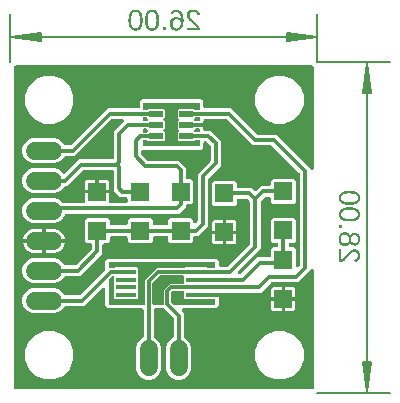
<source format=gbl>
G04 EAGLE Gerber RS-274X export*
G75*
%MOMM*%
%FSLAX34Y34*%
%LPD*%
%INBottom Copper*%
%IPPOS*%
%AMOC8*
5,1,8,0,0,1.08239X$1,22.5*%
G01*
G04 Define Apertures*
%ADD10C,0.130000*%
%ADD11R,1.200000X0.550000*%
%ADD12R,1.524000X1.524000*%
%ADD13C,1.524000*%
%ADD14R,1.780000X0.450000*%
%ADD15C,0.300000*%
G36*
X256085Y3119D02*
X255500Y3000D01*
X4500Y3000D01*
X3959Y3101D01*
X3456Y3423D01*
X3119Y3915D01*
X3000Y4500D01*
X3000Y275500D01*
X3101Y276041D01*
X3423Y276544D01*
X3915Y276881D01*
X4500Y277000D01*
X255500Y277000D01*
X256041Y276899D01*
X256544Y276577D01*
X256881Y276085D01*
X257000Y275500D01*
X257000Y189985D01*
X256908Y189467D01*
X256594Y188959D01*
X256107Y188614D01*
X255524Y188485D01*
X254937Y188595D01*
X254439Y188925D01*
X224864Y218500D01*
X209485Y218500D01*
X208922Y218610D01*
X208425Y218939D01*
X186614Y240750D01*
X165000Y240750D01*
X164459Y240851D01*
X163956Y241173D01*
X163619Y241665D01*
X163500Y242250D01*
X163500Y245450D01*
X163470Y245898D01*
X163391Y246290D01*
X163260Y246667D01*
X163080Y247024D01*
X162855Y247353D01*
X162588Y247650D01*
X162283Y247908D01*
X161947Y248124D01*
X161585Y248293D01*
X161204Y248413D01*
X160800Y248482D01*
X160461Y248500D01*
X112550Y248500D01*
X112102Y248470D01*
X111710Y248391D01*
X111333Y248260D01*
X110976Y248080D01*
X110647Y247855D01*
X110350Y247588D01*
X110092Y247283D01*
X109876Y246947D01*
X109707Y246585D01*
X109587Y246204D01*
X109518Y245800D01*
X109500Y245461D01*
X109500Y242250D01*
X109399Y241709D01*
X109077Y241206D01*
X108585Y240869D01*
X108000Y240750D01*
X82386Y240750D01*
X51375Y209739D01*
X50900Y209419D01*
X50315Y209300D01*
X46653Y209300D01*
X46101Y209405D01*
X45601Y209731D01*
X45268Y210226D01*
X45023Y210816D01*
X42036Y213803D01*
X38132Y215420D01*
X18668Y215420D01*
X14764Y213803D01*
X11777Y210816D01*
X10160Y206912D01*
X10160Y202688D01*
X11777Y198784D01*
X14764Y195797D01*
X18668Y194180D01*
X38132Y194180D01*
X42036Y195797D01*
X45023Y198784D01*
X45268Y199374D01*
X45576Y199844D01*
X46068Y200181D01*
X46653Y200300D01*
X54664Y200300D01*
X85675Y231311D01*
X86150Y231631D01*
X86735Y231750D01*
X94765Y231750D01*
X95283Y231658D01*
X95791Y231344D01*
X96136Y230857D01*
X96265Y230274D01*
X96155Y229687D01*
X95825Y229189D01*
X87500Y220864D01*
X87500Y199000D01*
X87399Y198459D01*
X87077Y197956D01*
X86585Y197619D01*
X86000Y197500D01*
X58136Y197500D01*
X46598Y185962D01*
X46145Y185651D01*
X45561Y185523D01*
X44975Y185632D01*
X44477Y185962D01*
X42036Y188403D01*
X38132Y190020D01*
X18668Y190020D01*
X14764Y188403D01*
X11777Y185416D01*
X10160Y181512D01*
X10160Y177288D01*
X11777Y173384D01*
X14764Y170397D01*
X18668Y168780D01*
X38132Y168780D01*
X42036Y170397D01*
X45023Y173384D01*
X45268Y173974D01*
X45576Y174444D01*
X46068Y174781D01*
X46653Y174900D01*
X48264Y174900D01*
X61425Y188061D01*
X61900Y188381D01*
X62485Y188500D01*
X86000Y188500D01*
X86541Y188399D01*
X87044Y188077D01*
X87381Y187585D01*
X87500Y187000D01*
X87500Y171136D01*
X92976Y165660D01*
X97780Y165660D01*
X98321Y165559D01*
X98824Y165237D01*
X99161Y164745D01*
X99280Y164160D01*
X99280Y162000D01*
X99179Y161459D01*
X98857Y160956D01*
X98365Y160619D01*
X97780Y160500D01*
X85160Y160500D01*
X84619Y160601D01*
X84116Y160923D01*
X83779Y161415D01*
X83660Y162000D01*
X83660Y168660D01*
X63340Y168660D01*
X63340Y162000D01*
X63239Y161459D01*
X62917Y160956D01*
X62425Y160619D01*
X61840Y160500D01*
X45160Y160500D01*
X44597Y160610D01*
X44100Y160939D01*
X42036Y163003D01*
X38132Y164620D01*
X18668Y164620D01*
X14764Y163003D01*
X11777Y160016D01*
X10160Y156112D01*
X10160Y151888D01*
X11777Y147984D01*
X14764Y144997D01*
X18668Y143380D01*
X38132Y143380D01*
X42036Y144997D01*
X45023Y147984D01*
X46096Y150574D01*
X46404Y151044D01*
X46897Y151381D01*
X47482Y151500D01*
X142864Y151500D01*
X148800Y157436D01*
X148800Y158040D01*
X148901Y158581D01*
X149223Y159084D01*
X149715Y159421D01*
X150300Y159540D01*
X153163Y159540D01*
X154920Y161297D01*
X154920Y179023D01*
X153163Y180780D01*
X150300Y180780D01*
X149759Y180881D01*
X149256Y181203D01*
X148919Y181695D01*
X148800Y182280D01*
X148800Y190564D01*
X142864Y196500D01*
X116485Y196500D01*
X115922Y196610D01*
X115425Y196939D01*
X110939Y201425D01*
X110619Y201900D01*
X110500Y202485D01*
X110500Y204030D01*
X110713Y204800D01*
X111115Y205241D01*
X111657Y205490D01*
X112110Y205504D01*
X112111Y205522D01*
X112539Y205500D01*
X160450Y205500D01*
X160898Y205530D01*
X161290Y205609D01*
X161667Y205740D01*
X162024Y205920D01*
X162353Y206145D01*
X162650Y206412D01*
X162908Y206717D01*
X163124Y207053D01*
X163293Y207415D01*
X163413Y207796D01*
X163482Y208200D01*
X163500Y208539D01*
X163500Y211250D01*
X163601Y211791D01*
X163923Y212294D01*
X164415Y212631D01*
X165000Y212750D01*
X165265Y212750D01*
X165828Y212640D01*
X166325Y212311D01*
X169061Y209575D01*
X169381Y209100D01*
X169500Y208515D01*
X169500Y196485D01*
X169390Y195922D01*
X169061Y195425D01*
X158500Y184864D01*
X158500Y145485D01*
X158390Y144922D01*
X158061Y144425D01*
X157481Y143845D01*
X157049Y143543D01*
X156468Y143406D01*
X155879Y143506D01*
X155376Y143828D01*
X155039Y144320D01*
X154920Y144905D01*
X154920Y146003D01*
X153163Y147760D01*
X135437Y147760D01*
X133680Y146003D01*
X133680Y143140D01*
X133579Y142599D01*
X133257Y142096D01*
X132765Y141759D01*
X132180Y141640D01*
X122020Y141640D01*
X121479Y141741D01*
X120976Y142063D01*
X120639Y142555D01*
X120520Y143140D01*
X120520Y146003D01*
X118763Y147760D01*
X101037Y147760D01*
X99280Y146003D01*
X99280Y143140D01*
X99179Y142599D01*
X98857Y142096D01*
X98365Y141759D01*
X97780Y141640D01*
X85620Y141640D01*
X85079Y141741D01*
X84576Y142063D01*
X84239Y142555D01*
X84120Y143140D01*
X84120Y146003D01*
X82363Y147760D01*
X64637Y147760D01*
X62880Y146003D01*
X62880Y128277D01*
X64637Y126520D01*
X67500Y126520D01*
X68041Y126419D01*
X68544Y126097D01*
X68881Y125605D01*
X69000Y125020D01*
X69000Y121985D01*
X68890Y121422D01*
X68561Y120925D01*
X55775Y108139D01*
X55300Y107819D01*
X54715Y107700D01*
X46653Y107700D01*
X46101Y107805D01*
X45601Y108131D01*
X45268Y108626D01*
X45023Y109216D01*
X42036Y112203D01*
X38132Y113820D01*
X18668Y113820D01*
X14764Y112203D01*
X11777Y109216D01*
X10160Y105312D01*
X10160Y101088D01*
X11777Y97184D01*
X14764Y94197D01*
X18668Y92580D01*
X38132Y92580D01*
X42036Y94197D01*
X45023Y97184D01*
X45268Y97774D01*
X45576Y98244D01*
X46068Y98581D01*
X46653Y98700D01*
X59064Y98700D01*
X78000Y117636D01*
X78000Y125020D01*
X78101Y125561D01*
X78423Y126064D01*
X78915Y126401D01*
X79500Y126520D01*
X82363Y126520D01*
X84120Y128277D01*
X84120Y131140D01*
X84221Y131681D01*
X84543Y132184D01*
X85035Y132521D01*
X85620Y132640D01*
X97780Y132640D01*
X98321Y132539D01*
X98824Y132217D01*
X99161Y131725D01*
X99280Y131140D01*
X99280Y128277D01*
X101037Y126520D01*
X118763Y126520D01*
X120520Y128277D01*
X120520Y131140D01*
X120621Y131681D01*
X120943Y132184D01*
X121435Y132521D01*
X122020Y132640D01*
X132180Y132640D01*
X132721Y132539D01*
X133224Y132217D01*
X133561Y131725D01*
X133680Y131140D01*
X133680Y128277D01*
X135437Y126520D01*
X153163Y126520D01*
X154920Y128277D01*
X154920Y131140D01*
X155021Y131681D01*
X155343Y132184D01*
X155835Y132521D01*
X156420Y132640D01*
X159004Y132640D01*
X167500Y141136D01*
X167500Y180515D01*
X167610Y181078D01*
X167939Y181575D01*
X178500Y192136D01*
X178500Y212864D01*
X169614Y221750D01*
X165000Y221750D01*
X164459Y221851D01*
X163956Y222173D01*
X163619Y222665D01*
X163500Y223250D01*
X163500Y230250D01*
X163601Y230791D01*
X163923Y231294D01*
X164415Y231631D01*
X165000Y231750D01*
X182265Y231750D01*
X182828Y231640D01*
X183325Y231311D01*
X205136Y209500D01*
X220515Y209500D01*
X221078Y209390D01*
X221575Y209061D01*
X244561Y186075D01*
X244881Y185600D01*
X245000Y185015D01*
X245000Y107985D01*
X244890Y107422D01*
X244561Y106925D01*
X244431Y106795D01*
X243999Y106493D01*
X243418Y106356D01*
X242829Y106456D01*
X242326Y106778D01*
X241989Y107270D01*
X241870Y107855D01*
X241870Y121173D01*
X240113Y122930D01*
X237250Y122930D01*
X236709Y123031D01*
X236206Y123353D01*
X235869Y123845D01*
X235750Y124430D01*
X235750Y125320D01*
X235851Y125861D01*
X236173Y126364D01*
X236665Y126701D01*
X237250Y126820D01*
X240113Y126820D01*
X241870Y128577D01*
X241870Y146303D01*
X240113Y148060D01*
X222387Y148060D01*
X220630Y146303D01*
X220630Y128577D01*
X222387Y126820D01*
X225250Y126820D01*
X225791Y126719D01*
X226294Y126397D01*
X226631Y125905D01*
X226750Y125320D01*
X226750Y124430D01*
X226649Y123889D01*
X226327Y123386D01*
X225835Y123049D01*
X225250Y122930D01*
X222387Y122930D01*
X220630Y121173D01*
X220630Y116000D01*
X220529Y115459D01*
X220207Y114956D01*
X219715Y114619D01*
X219130Y114500D01*
X209136Y114500D01*
X195275Y100639D01*
X194800Y100319D01*
X194215Y100200D01*
X194185Y100200D01*
X193667Y100292D01*
X193159Y100606D01*
X192814Y101093D01*
X192685Y101676D01*
X192795Y102263D01*
X193125Y102761D01*
X211950Y121586D01*
X211950Y161115D01*
X212060Y161678D01*
X212389Y162175D01*
X215735Y165521D01*
X216210Y165841D01*
X216795Y165960D01*
X219130Y165960D01*
X219671Y165859D01*
X220174Y165537D01*
X220511Y165045D01*
X220630Y164460D01*
X220630Y161597D01*
X222387Y159840D01*
X240113Y159840D01*
X241870Y161597D01*
X241870Y179323D01*
X240113Y181080D01*
X222387Y181080D01*
X220630Y179323D01*
X220630Y176460D01*
X220529Y175919D01*
X220207Y175416D01*
X219715Y175079D01*
X219130Y174960D01*
X212446Y174960D01*
X208511Y171025D01*
X208057Y170714D01*
X207474Y170585D01*
X206887Y170695D01*
X206389Y171025D01*
X204304Y173110D01*
X193370Y173110D01*
X192829Y173211D01*
X192326Y173533D01*
X191989Y174025D01*
X191870Y174610D01*
X191870Y177473D01*
X190113Y179230D01*
X172387Y179230D01*
X170630Y177473D01*
X170630Y159747D01*
X172387Y157990D01*
X190113Y157990D01*
X191870Y159747D01*
X191870Y162610D01*
X191971Y163151D01*
X192293Y163654D01*
X192785Y163991D01*
X193370Y164110D01*
X199955Y164110D01*
X200518Y164000D01*
X201015Y163671D01*
X202511Y162175D01*
X202831Y161700D01*
X202950Y161115D01*
X202950Y125935D01*
X202840Y125372D01*
X202511Y124875D01*
X184775Y107139D01*
X184300Y106819D01*
X183715Y106700D01*
X178000Y106700D01*
X177459Y106801D01*
X176956Y107123D01*
X176619Y107615D01*
X176500Y108200D01*
X176500Y110450D01*
X176470Y110898D01*
X176391Y111290D01*
X176260Y111667D01*
X176080Y112024D01*
X175855Y112353D01*
X175588Y112650D01*
X175283Y112908D01*
X174947Y113124D01*
X174585Y113293D01*
X174204Y113413D01*
X173800Y113482D01*
X173461Y113500D01*
X83550Y113500D01*
X83102Y113470D01*
X82710Y113391D01*
X82333Y113260D01*
X81976Y113080D01*
X81647Y112855D01*
X81350Y112588D01*
X81092Y112283D01*
X80876Y111947D01*
X80707Y111585D01*
X80587Y111204D01*
X80518Y110800D01*
X80500Y110461D01*
X80500Y104485D01*
X80390Y103922D01*
X80061Y103425D01*
X59375Y82739D01*
X58900Y82419D01*
X58315Y82300D01*
X46653Y82300D01*
X46101Y82405D01*
X45601Y82731D01*
X45268Y83226D01*
X45023Y83816D01*
X42036Y86803D01*
X38132Y88420D01*
X18668Y88420D01*
X14764Y86803D01*
X11777Y83816D01*
X10160Y79912D01*
X10160Y75688D01*
X11777Y71784D01*
X14764Y68797D01*
X18668Y67180D01*
X38132Y67180D01*
X42036Y68797D01*
X45023Y71784D01*
X45268Y72374D01*
X45576Y72844D01*
X46068Y73181D01*
X46653Y73300D01*
X62664Y73300D01*
X77939Y88575D01*
X78371Y88877D01*
X78952Y89014D01*
X79541Y88914D01*
X80044Y88592D01*
X80381Y88100D01*
X80500Y87515D01*
X80500Y74550D01*
X80530Y74102D01*
X80609Y73710D01*
X80740Y73333D01*
X80920Y72976D01*
X81145Y72647D01*
X81412Y72350D01*
X81717Y72092D01*
X82053Y71876D01*
X82415Y71707D01*
X82796Y71587D01*
X83200Y71518D01*
X83539Y71500D01*
X111300Y71500D01*
X111841Y71399D01*
X112344Y71077D01*
X112681Y70585D01*
X112800Y70000D01*
X112800Y47253D01*
X112695Y46701D01*
X112369Y46201D01*
X111874Y45868D01*
X111284Y45623D01*
X108297Y42636D01*
X106680Y38732D01*
X106680Y19268D01*
X108297Y15364D01*
X111284Y12377D01*
X115188Y10760D01*
X119412Y10760D01*
X123316Y12377D01*
X126303Y15364D01*
X127920Y19268D01*
X127920Y38732D01*
X126303Y42636D01*
X123316Y45623D01*
X122726Y45868D01*
X122256Y46176D01*
X121919Y46668D01*
X121800Y47253D01*
X121800Y70000D01*
X121901Y70541D01*
X122223Y71044D01*
X122715Y71381D01*
X123300Y71500D01*
X129515Y71500D01*
X130078Y71390D01*
X130575Y71061D01*
X137761Y63875D01*
X138081Y63400D01*
X138200Y62815D01*
X138200Y47253D01*
X138095Y46701D01*
X137769Y46201D01*
X137274Y45868D01*
X136684Y45623D01*
X133697Y42636D01*
X132080Y38732D01*
X132080Y19268D01*
X133697Y15364D01*
X136684Y12377D01*
X140588Y10760D01*
X144812Y10760D01*
X148716Y12377D01*
X151703Y15364D01*
X153320Y19268D01*
X153320Y38732D01*
X151703Y42636D01*
X148716Y45623D01*
X148126Y45868D01*
X147656Y46176D01*
X147319Y46668D01*
X147200Y47253D01*
X147200Y67164D01*
X145425Y68939D01*
X145123Y69371D01*
X144986Y69952D01*
X145086Y70541D01*
X145408Y71044D01*
X145900Y71381D01*
X146485Y71500D01*
X173450Y71500D01*
X173898Y71530D01*
X174290Y71609D01*
X174667Y71740D01*
X175024Y71920D01*
X175353Y72145D01*
X175650Y72412D01*
X175908Y72717D01*
X176124Y73053D01*
X176293Y73415D01*
X176413Y73796D01*
X176482Y74200D01*
X176500Y74539D01*
X176500Y83200D01*
X176601Y83741D01*
X176923Y84244D01*
X177415Y84581D01*
X178000Y84700D01*
X212064Y84700D01*
X220425Y93061D01*
X220900Y93381D01*
X221485Y93500D01*
X243864Y93500D01*
X254439Y104075D01*
X254871Y104377D01*
X255452Y104514D01*
X256041Y104414D01*
X256544Y104092D01*
X256881Y103600D01*
X257000Y103015D01*
X257000Y4500D01*
X256899Y3959D01*
X256577Y3456D01*
X256085Y3119D01*
G37*
%LPC*%
G36*
X28922Y227500D02*
X37078Y227500D01*
X44612Y230621D01*
X50379Y236388D01*
X53500Y243922D01*
X53500Y252078D01*
X50379Y259612D01*
X44612Y265379D01*
X37078Y268500D01*
X28922Y268500D01*
X21388Y265379D01*
X15621Y259612D01*
X12500Y252078D01*
X12500Y243922D01*
X15621Y236388D01*
X21388Y230621D01*
X28922Y227500D01*
G37*
G36*
X223922Y227500D02*
X232078Y227500D01*
X239612Y230621D01*
X245379Y236388D01*
X248500Y243922D01*
X248500Y252078D01*
X245379Y259612D01*
X239612Y265379D01*
X232078Y268500D01*
X223922Y268500D01*
X216388Y265379D01*
X210621Y259612D01*
X207500Y252078D01*
X207500Y243922D01*
X210621Y236388D01*
X216388Y230621D01*
X223922Y227500D01*
G37*
G36*
X63340Y171660D02*
X72000Y171660D01*
X72000Y180320D01*
X64828Y180320D01*
X63340Y178832D01*
X63340Y171660D01*
G37*
G36*
X75000Y171660D02*
X83660Y171660D01*
X83660Y178832D01*
X82172Y180320D01*
X75000Y180320D01*
X75000Y171660D01*
G37*
G36*
X171090Y137090D02*
X179750Y137090D01*
X179750Y145750D01*
X172578Y145750D01*
X171090Y144262D01*
X171090Y137090D01*
G37*
G36*
X182750Y137090D02*
X191410Y137090D01*
X191410Y144262D01*
X189922Y145750D01*
X182750Y145750D01*
X182750Y137090D01*
G37*
G36*
X10620Y130100D02*
X26900Y130100D01*
X26900Y138760D01*
X18759Y138760D01*
X15025Y137213D01*
X12167Y134355D01*
X10620Y130621D01*
X10620Y130100D01*
G37*
G36*
X29900Y130100D02*
X46180Y130100D01*
X46180Y130621D01*
X44633Y134355D01*
X41775Y137213D01*
X38041Y138760D01*
X29900Y138760D01*
X29900Y130100D01*
G37*
G36*
X182750Y125430D02*
X189922Y125430D01*
X191410Y126918D01*
X191410Y134090D01*
X182750Y134090D01*
X182750Y125430D01*
G37*
G36*
X172578Y125430D02*
X179750Y125430D01*
X179750Y134090D01*
X171090Y134090D01*
X171090Y126918D01*
X172578Y125430D01*
G37*
G36*
X29900Y118440D02*
X38041Y118440D01*
X41775Y119987D01*
X44633Y122845D01*
X46180Y126579D01*
X46180Y127100D01*
X29900Y127100D01*
X29900Y118440D01*
G37*
G36*
X18759Y118440D02*
X26900Y118440D01*
X26900Y127100D01*
X10620Y127100D01*
X10620Y126579D01*
X12167Y122845D01*
X15025Y119987D01*
X18759Y118440D01*
G37*
G36*
X221090Y80790D02*
X229750Y80790D01*
X229750Y89450D01*
X222578Y89450D01*
X221090Y87962D01*
X221090Y80790D01*
G37*
G36*
X232750Y80790D02*
X241410Y80790D01*
X241410Y87962D01*
X239922Y89450D01*
X232750Y89450D01*
X232750Y80790D01*
G37*
G36*
X232750Y69130D02*
X239922Y69130D01*
X241410Y70618D01*
X241410Y77790D01*
X232750Y77790D01*
X232750Y69130D01*
G37*
G36*
X222578Y69130D02*
X229750Y69130D01*
X229750Y77790D01*
X221090Y77790D01*
X221090Y70618D01*
X222578Y69130D01*
G37*
G36*
X223922Y11250D02*
X232078Y11250D01*
X239612Y14371D01*
X245379Y20138D01*
X248500Y27672D01*
X248500Y35828D01*
X245379Y43362D01*
X239612Y49129D01*
X232078Y52250D01*
X223922Y52250D01*
X216388Y49129D01*
X210621Y43362D01*
X207500Y35828D01*
X207500Y27672D01*
X210621Y20138D01*
X216388Y14371D01*
X223922Y11250D01*
G37*
G36*
X28922Y11250D02*
X37078Y11250D01*
X44612Y14371D01*
X50379Y20138D01*
X53500Y27672D01*
X53500Y35828D01*
X50379Y43362D01*
X44612Y49129D01*
X37078Y52250D01*
X28922Y52250D01*
X21388Y49129D01*
X15621Y43362D01*
X12500Y35828D01*
X12500Y27672D01*
X15621Y20138D01*
X21388Y14371D01*
X28922Y11250D01*
G37*
%LPD*%
G36*
X113971Y74540D02*
X113776Y74500D01*
X84000Y74500D01*
X83820Y74534D01*
X83652Y74641D01*
X83540Y74805D01*
X83500Y75000D01*
X83500Y96016D01*
X83537Y96204D01*
X83646Y96370D01*
X86306Y99030D01*
X86465Y99136D01*
X86660Y99176D01*
X87026Y99176D01*
X87206Y99142D01*
X87374Y99035D01*
X87486Y98871D01*
X87526Y98676D01*
X87526Y92819D01*
X87541Y92804D01*
X87645Y92652D01*
X87688Y92458D01*
X87651Y92262D01*
X87541Y92096D01*
X87526Y92081D01*
X87526Y86319D01*
X87541Y86304D01*
X87645Y86152D01*
X87688Y85958D01*
X87651Y85762D01*
X87541Y85596D01*
X87526Y85581D01*
X87526Y79819D01*
X88419Y78926D01*
X107481Y78926D01*
X108374Y79819D01*
X108374Y85581D01*
X108359Y85596D01*
X108255Y85748D01*
X108212Y85942D01*
X108249Y86138D01*
X108359Y86304D01*
X108374Y86319D01*
X108374Y92081D01*
X108359Y92096D01*
X108255Y92248D01*
X108212Y92442D01*
X108249Y92638D01*
X108359Y92804D01*
X108374Y92819D01*
X108374Y98581D01*
X108359Y98596D01*
X108255Y98748D01*
X108212Y98942D01*
X108249Y99138D01*
X108359Y99304D01*
X108374Y99319D01*
X108374Y105081D01*
X107481Y105974D01*
X88419Y105974D01*
X87815Y105370D01*
X87657Y105264D01*
X87462Y105224D01*
X84000Y105224D01*
X83820Y105258D01*
X83652Y105365D01*
X83540Y105529D01*
X83500Y105724D01*
X83500Y110000D01*
X83534Y110180D01*
X83641Y110348D01*
X83805Y110460D01*
X84000Y110500D01*
X173000Y110500D01*
X173180Y110466D01*
X173348Y110359D01*
X173460Y110195D01*
X173500Y110000D01*
X173500Y105724D01*
X173466Y105544D01*
X173359Y105376D01*
X173195Y105264D01*
X173000Y105224D01*
X167838Y105224D01*
X167651Y105261D01*
X167485Y105370D01*
X166881Y105974D01*
X147819Y105974D01*
X147215Y105370D01*
X147057Y105264D01*
X146862Y105224D01*
X123947Y105224D01*
X114276Y95553D01*
X114276Y75000D01*
X114242Y74820D01*
X114135Y74652D01*
X113971Y74540D01*
G37*
G36*
X129671Y74540D02*
X129476Y74500D01*
X120824Y74500D01*
X120644Y74534D01*
X120476Y74641D01*
X120364Y74805D01*
X120324Y75000D01*
X120324Y92840D01*
X120361Y93028D01*
X120470Y93194D01*
X126306Y99030D01*
X126465Y99136D01*
X126660Y99176D01*
X146426Y99176D01*
X146606Y99142D01*
X146774Y99035D01*
X146886Y98871D01*
X146926Y98676D01*
X146926Y92724D01*
X146892Y92544D01*
X146785Y92376D01*
X146621Y92264D01*
X146426Y92224D01*
X134947Y92224D01*
X129976Y87253D01*
X129976Y75000D01*
X129942Y74820D01*
X129835Y74652D01*
X129671Y74540D01*
G37*
G36*
X173195Y74540D02*
X173000Y74500D01*
X137984Y74500D01*
X137796Y74537D01*
X137630Y74646D01*
X136170Y76106D01*
X136064Y76265D01*
X136024Y76460D01*
X136024Y84540D01*
X136061Y84728D01*
X136170Y84894D01*
X137306Y86030D01*
X137465Y86136D01*
X137660Y86176D01*
X146426Y86176D01*
X146606Y86142D01*
X146774Y86035D01*
X146886Y85871D01*
X146926Y85676D01*
X146926Y79819D01*
X147819Y78926D01*
X166881Y78926D01*
X167485Y79530D01*
X167643Y79636D01*
X167838Y79676D01*
X173000Y79676D01*
X173180Y79642D01*
X173348Y79535D01*
X173460Y79371D01*
X173500Y79176D01*
X173500Y75000D01*
X173466Y74820D01*
X173359Y74652D01*
X173195Y74540D01*
G37*
G36*
X160195Y208540D02*
X160000Y208500D01*
X113000Y208500D01*
X112820Y208534D01*
X112652Y208641D01*
X112540Y208805D01*
X112500Y209000D01*
X112500Y213476D01*
X112534Y213656D01*
X112641Y213824D01*
X112805Y213936D01*
X113000Y213976D01*
X115261Y213976D01*
X115448Y213939D01*
X115614Y213830D01*
X116468Y212976D01*
X129730Y212976D01*
X130623Y213869D01*
X130623Y220631D01*
X129608Y221646D01*
X129504Y221798D01*
X129461Y221992D01*
X129498Y222188D01*
X129608Y222354D01*
X130623Y223369D01*
X130623Y230131D01*
X129608Y231146D01*
X129504Y231298D01*
X129461Y231492D01*
X129498Y231688D01*
X129608Y231854D01*
X130623Y232869D01*
X130623Y239631D01*
X129730Y240524D01*
X116468Y240524D01*
X115542Y239599D01*
X115541Y239594D01*
X115434Y239426D01*
X115270Y239314D01*
X115075Y239274D01*
X113000Y239274D01*
X112820Y239308D01*
X112652Y239415D01*
X112540Y239579D01*
X112500Y239774D01*
X112500Y245000D01*
X112534Y245180D01*
X112641Y245348D01*
X112805Y245460D01*
X113000Y245500D01*
X160000Y245500D01*
X160180Y245466D01*
X160348Y245359D01*
X160460Y245195D01*
X160500Y245000D01*
X160500Y239774D01*
X160466Y239594D01*
X160359Y239426D01*
X160195Y239314D01*
X160000Y239274D01*
X157125Y239274D01*
X156945Y239308D01*
X156777Y239415D01*
X156665Y239579D01*
X156661Y239595D01*
X155732Y240524D01*
X142470Y240524D01*
X141577Y239631D01*
X141577Y232869D01*
X142592Y231854D01*
X142696Y231702D01*
X142739Y231508D01*
X142702Y231312D01*
X142592Y231146D01*
X141577Y230131D01*
X141577Y223369D01*
X142592Y222354D01*
X142696Y222202D01*
X142739Y222008D01*
X142702Y221812D01*
X142592Y221646D01*
X141577Y220631D01*
X141577Y213869D01*
X142470Y212976D01*
X155732Y212976D01*
X156658Y213902D01*
X156659Y213906D01*
X156766Y214074D01*
X156930Y214186D01*
X157125Y214226D01*
X160000Y214226D01*
X160180Y214192D01*
X160348Y214085D01*
X160460Y213921D01*
X160500Y213726D01*
X160500Y209000D01*
X160466Y208820D01*
X160359Y208652D01*
X160195Y208540D01*
G37*
G36*
X160195Y229814D02*
X160000Y229774D01*
X157125Y229774D01*
X156945Y229808D01*
X156777Y229915D01*
X156665Y230079D01*
X156661Y230095D01*
X155610Y231146D01*
X155506Y231298D01*
X155463Y231492D01*
X155500Y231688D01*
X155610Y231854D01*
X156658Y232902D01*
X156659Y232906D01*
X156766Y233074D01*
X156930Y233186D01*
X157125Y233226D01*
X160000Y233226D01*
X160180Y233192D01*
X160348Y233085D01*
X160460Y232921D01*
X160500Y232726D01*
X160500Y230274D01*
X160466Y230094D01*
X160359Y229926D01*
X160195Y229814D01*
G37*
G36*
X115270Y229814D02*
X115075Y229774D01*
X113000Y229774D01*
X112820Y229808D01*
X112652Y229915D01*
X112540Y230079D01*
X112500Y230274D01*
X112500Y232726D01*
X112534Y232906D01*
X112641Y233074D01*
X112805Y233186D01*
X113000Y233226D01*
X115075Y233226D01*
X115255Y233192D01*
X115423Y233085D01*
X115535Y232921D01*
X115539Y232905D01*
X116590Y231854D01*
X116694Y231702D01*
X116737Y231508D01*
X116700Y231312D01*
X116590Y231146D01*
X115542Y230099D01*
X115541Y230094D01*
X115434Y229926D01*
X115270Y229814D01*
G37*
G36*
X115270Y220064D02*
X115075Y220024D01*
X113000Y220024D01*
X112820Y220058D01*
X112652Y220165D01*
X112540Y220329D01*
X112500Y220524D01*
X112500Y223226D01*
X112534Y223406D01*
X112641Y223574D01*
X112805Y223686D01*
X113000Y223726D01*
X115075Y223726D01*
X115255Y223692D01*
X115423Y223585D01*
X115535Y223421D01*
X115539Y223405D01*
X116590Y222354D01*
X116694Y222202D01*
X116737Y222008D01*
X116700Y221812D01*
X116590Y221646D01*
X115575Y220631D01*
X115575Y220524D01*
X115541Y220344D01*
X115434Y220176D01*
X115270Y220064D01*
G37*
G36*
X160195Y220314D02*
X160000Y220274D01*
X157125Y220274D01*
X156945Y220308D01*
X156777Y220415D01*
X156665Y220579D01*
X156661Y220595D01*
X155610Y221646D01*
X155506Y221798D01*
X155463Y221992D01*
X155500Y222188D01*
X155610Y222354D01*
X156658Y223402D01*
X156659Y223406D01*
X156766Y223574D01*
X156930Y223686D01*
X157125Y223726D01*
X160000Y223726D01*
X160180Y223692D01*
X160348Y223585D01*
X160460Y223421D01*
X160500Y223226D01*
X160500Y220774D01*
X160466Y220594D01*
X160359Y220426D01*
X160195Y220314D01*
G37*
G36*
X106079Y306500D02*
X105712Y306509D01*
X105356Y306535D01*
X105012Y306580D01*
X104679Y306642D01*
X104358Y306723D01*
X104048Y306821D01*
X103749Y306936D01*
X103461Y307070D01*
X103185Y307222D01*
X102920Y307391D01*
X102667Y307578D01*
X102425Y307783D01*
X102194Y308006D01*
X101975Y308247D01*
X101767Y308505D01*
X101571Y308781D01*
X101386Y309075D01*
X101213Y309384D01*
X101051Y309709D01*
X100902Y310050D01*
X100765Y310408D01*
X100640Y310781D01*
X100526Y311170D01*
X100425Y311576D01*
X100335Y311997D01*
X100258Y312434D01*
X100192Y312887D01*
X100139Y313357D01*
X100097Y313842D01*
X100067Y314343D01*
X100049Y314861D01*
X100043Y315394D01*
X100066Y316461D01*
X100134Y317461D01*
X100185Y317936D01*
X100248Y318394D01*
X100321Y318834D01*
X100407Y319258D01*
X100503Y319666D01*
X100611Y320056D01*
X100730Y320429D01*
X100861Y320786D01*
X101003Y321125D01*
X101156Y321448D01*
X101321Y321754D01*
X101497Y322043D01*
X101685Y322315D01*
X101885Y322569D01*
X102098Y322806D01*
X102324Y323025D01*
X102562Y323227D01*
X102812Y323411D01*
X103075Y323578D01*
X103351Y323727D01*
X103639Y323859D01*
X103940Y323973D01*
X104253Y324069D01*
X104578Y324148D01*
X104916Y324209D01*
X105267Y324253D01*
X105630Y324280D01*
X106005Y324288D01*
X106391Y324280D01*
X106764Y324254D01*
X107124Y324210D01*
X107470Y324150D01*
X107804Y324071D01*
X108124Y323976D01*
X108431Y323863D01*
X108724Y323733D01*
X109005Y323586D01*
X109272Y323421D01*
X109526Y323239D01*
X109768Y323039D01*
X109995Y322822D01*
X110210Y322588D01*
X110412Y322337D01*
X110600Y322068D01*
X110776Y321782D01*
X110941Y321478D01*
X111094Y321157D01*
X111236Y320818D01*
X111366Y320462D01*
X111486Y320088D01*
X111594Y319697D01*
X111690Y319289D01*
X111775Y318863D01*
X111849Y318420D01*
X111912Y317959D01*
X111963Y317481D01*
X112002Y316985D01*
X112031Y316472D01*
X112054Y315394D01*
X112048Y314858D01*
X112030Y314338D01*
X112001Y313834D01*
X111960Y313347D01*
X111907Y312876D01*
X111843Y312421D01*
X111767Y311982D01*
X111679Y311560D01*
X111580Y311154D01*
X111469Y310765D01*
X111346Y310391D01*
X111212Y310034D01*
X111066Y309694D01*
X110908Y309369D01*
X110738Y309061D01*
X110557Y308769D01*
X110364Y308494D01*
X110160Y308237D01*
X109943Y307998D01*
X109716Y307776D01*
X109476Y307572D01*
X109226Y307386D01*
X108963Y307218D01*
X108689Y307067D01*
X108403Y306934D01*
X108106Y306819D01*
X107797Y306721D01*
X107477Y306642D01*
X107145Y306579D01*
X106801Y306535D01*
X106446Y306509D01*
X106079Y306500D01*
G37*
%LPC*%
G36*
X106055Y308303D02*
X106296Y308310D01*
X106529Y308330D01*
X106753Y308363D01*
X106970Y308410D01*
X107178Y308470D01*
X107377Y308543D01*
X107752Y308729D01*
X108094Y308969D01*
X108402Y309262D01*
X108677Y309609D01*
X108919Y310008D01*
X109130Y310465D01*
X109314Y310984D01*
X109469Y311565D01*
X109595Y312207D01*
X109694Y312911D01*
X109764Y313677D01*
X109807Y314505D01*
X109821Y315394D01*
X109807Y316308D01*
X109765Y317156D01*
X109696Y317937D01*
X109598Y318651D01*
X109473Y319299D01*
X109320Y319879D01*
X109140Y320394D01*
X108931Y320841D01*
X108691Y321229D01*
X108415Y321566D01*
X108103Y321850D01*
X107755Y322083D01*
X107371Y322264D01*
X107166Y322335D01*
X106952Y322394D01*
X106729Y322439D01*
X106497Y322471D01*
X106256Y322491D01*
X106005Y322497D01*
X105761Y322491D01*
X105526Y322471D01*
X105300Y322438D01*
X105082Y322392D01*
X104873Y322333D01*
X104673Y322261D01*
X104299Y322077D01*
X103960Y321841D01*
X103656Y321552D01*
X103387Y321210D01*
X103153Y320816D01*
X102950Y320364D01*
X102775Y319847D01*
X102626Y319266D01*
X102504Y318620D01*
X102410Y317910D01*
X102342Y317136D01*
X102302Y316297D01*
X102288Y315394D01*
X102302Y314521D01*
X102345Y313707D01*
X102416Y312951D01*
X102515Y312253D01*
X102643Y311614D01*
X102799Y311033D01*
X102983Y310510D01*
X103196Y310045D01*
X103439Y309637D01*
X103715Y309283D01*
X104024Y308984D01*
X104365Y308739D01*
X104547Y308636D01*
X104738Y308548D01*
X104937Y308473D01*
X105144Y308412D01*
X105360Y308364D01*
X105583Y308330D01*
X105815Y308310D01*
X106055Y308303D01*
G37*
%LPD*%
G36*
X120048Y306500D02*
X119681Y306509D01*
X119325Y306535D01*
X118981Y306580D01*
X118648Y306642D01*
X118327Y306723D01*
X118016Y306821D01*
X117718Y306936D01*
X117430Y307070D01*
X117154Y307222D01*
X116889Y307391D01*
X116636Y307578D01*
X116394Y307783D01*
X116163Y308006D01*
X115944Y308247D01*
X115736Y308505D01*
X115539Y308781D01*
X115354Y309075D01*
X115181Y309384D01*
X115020Y309709D01*
X114871Y310050D01*
X114734Y310408D01*
X114609Y310781D01*
X114495Y311170D01*
X114394Y311576D01*
X114304Y311997D01*
X114227Y312434D01*
X114161Y312887D01*
X114107Y313357D01*
X114066Y313842D01*
X114036Y314343D01*
X114018Y314861D01*
X114012Y315394D01*
X114035Y316461D01*
X114103Y317461D01*
X114154Y317936D01*
X114216Y318394D01*
X114290Y318834D01*
X114375Y319258D01*
X114472Y319666D01*
X114580Y320056D01*
X114699Y320429D01*
X114830Y320786D01*
X114972Y321125D01*
X115125Y321448D01*
X115290Y321754D01*
X115466Y322043D01*
X115654Y322315D01*
X115854Y322569D01*
X116067Y322806D01*
X116293Y323025D01*
X116531Y323227D01*
X116781Y323411D01*
X117044Y323578D01*
X117320Y323727D01*
X117608Y323859D01*
X117908Y323973D01*
X118221Y324069D01*
X118547Y324148D01*
X118885Y324209D01*
X119236Y324253D01*
X119599Y324280D01*
X119974Y324288D01*
X120360Y324280D01*
X120733Y324254D01*
X121093Y324210D01*
X121439Y324150D01*
X121772Y324071D01*
X122092Y323976D01*
X122399Y323863D01*
X122693Y323733D01*
X122974Y323586D01*
X123241Y323421D01*
X123495Y323239D01*
X123736Y323039D01*
X123964Y322822D01*
X124179Y322588D01*
X124380Y322337D01*
X124569Y322068D01*
X124745Y321782D01*
X124909Y321478D01*
X125063Y321157D01*
X125205Y320818D01*
X125335Y320462D01*
X125454Y320088D01*
X125562Y319697D01*
X125659Y319289D01*
X125744Y318863D01*
X125818Y318420D01*
X125880Y317959D01*
X125931Y317481D01*
X125971Y316985D01*
X126000Y316472D01*
X126022Y315394D01*
X126016Y314858D01*
X125999Y314338D01*
X125970Y313834D01*
X125929Y313347D01*
X125876Y312876D01*
X125812Y312421D01*
X125736Y311982D01*
X125648Y311560D01*
X125549Y311154D01*
X125438Y310765D01*
X125315Y310391D01*
X125180Y310034D01*
X125034Y309694D01*
X124876Y309369D01*
X124707Y309061D01*
X124526Y308769D01*
X124333Y308494D01*
X124128Y308237D01*
X123912Y307998D01*
X123685Y307776D01*
X123445Y307572D01*
X123194Y307386D01*
X122932Y307218D01*
X122658Y307067D01*
X122372Y306934D01*
X122075Y306819D01*
X121766Y306721D01*
X121446Y306642D01*
X121114Y306579D01*
X120770Y306535D01*
X120415Y306509D01*
X120048Y306500D01*
G37*
%LPC*%
G36*
X120023Y308303D02*
X120264Y308310D01*
X120497Y308330D01*
X120722Y308363D01*
X120938Y308410D01*
X121146Y308470D01*
X121346Y308543D01*
X121721Y308729D01*
X122062Y308969D01*
X122371Y309262D01*
X122646Y309609D01*
X122888Y310008D01*
X123099Y310465D01*
X123282Y310984D01*
X123437Y311565D01*
X123564Y312207D01*
X123663Y312911D01*
X123733Y313677D01*
X123775Y314505D01*
X123790Y315394D01*
X123776Y316308D01*
X123734Y317156D01*
X123664Y317937D01*
X123567Y318651D01*
X123442Y319299D01*
X123289Y319879D01*
X123109Y320394D01*
X122900Y320841D01*
X122660Y321229D01*
X122384Y321566D01*
X122072Y321850D01*
X121724Y322083D01*
X121340Y322264D01*
X121135Y322335D01*
X120921Y322394D01*
X120698Y322439D01*
X120465Y322471D01*
X120224Y322491D01*
X119974Y322497D01*
X119730Y322491D01*
X119495Y322471D01*
X119268Y322438D01*
X119051Y322392D01*
X118842Y322333D01*
X118641Y322261D01*
X118267Y322077D01*
X117928Y321841D01*
X117624Y321552D01*
X117356Y321210D01*
X117122Y320816D01*
X116919Y320364D01*
X116743Y319847D01*
X116595Y319266D01*
X116473Y318620D01*
X116379Y317910D01*
X116311Y317136D01*
X116270Y316297D01*
X116257Y315394D01*
X116271Y314521D01*
X116314Y313707D01*
X116385Y312951D01*
X116484Y312253D01*
X116612Y311614D01*
X116768Y311033D01*
X116952Y310510D01*
X117165Y310045D01*
X117408Y309637D01*
X117684Y309283D01*
X117992Y308984D01*
X118333Y308739D01*
X118516Y308636D01*
X118707Y308548D01*
X118906Y308473D01*
X119113Y308412D01*
X119328Y308364D01*
X119552Y308330D01*
X119783Y308310D01*
X120023Y308303D01*
G37*
%LPD*%
G36*
X140654Y306500D02*
X140332Y306506D01*
X140018Y306524D01*
X139714Y306555D01*
X139418Y306599D01*
X139131Y306654D01*
X138853Y306722D01*
X138323Y306895D01*
X137829Y307118D01*
X137369Y307390D01*
X136945Y307711D01*
X136557Y308082D01*
X136209Y308496D01*
X135907Y308946D01*
X135652Y309431D01*
X135443Y309953D01*
X135281Y310511D01*
X135165Y311105D01*
X135095Y311735D01*
X135072Y312401D01*
X135094Y313016D01*
X135160Y313600D01*
X135270Y314151D01*
X135423Y314670D01*
X135621Y315157D01*
X135862Y315612D01*
X136148Y316034D01*
X136477Y316425D01*
X136843Y316775D01*
X137241Y317079D01*
X137669Y317337D01*
X138128Y317547D01*
X138618Y317711D01*
X139139Y317828D01*
X139691Y317898D01*
X140274Y317921D01*
X140621Y317912D01*
X140959Y317885D01*
X141287Y317839D01*
X141605Y317776D01*
X141913Y317694D01*
X142211Y317593D01*
X142498Y317475D01*
X142776Y317338D01*
X143042Y317184D01*
X143292Y317014D01*
X143526Y316826D01*
X143746Y316622D01*
X143950Y316402D01*
X144138Y316164D01*
X144311Y315910D01*
X144469Y315639D01*
X144453Y316449D01*
X144405Y317209D01*
X144324Y317920D01*
X144210Y318582D01*
X144064Y319195D01*
X143886Y319758D01*
X143676Y320272D01*
X143433Y320737D01*
X143160Y321149D01*
X142861Y321507D01*
X142535Y321810D01*
X142183Y322057D01*
X141804Y322250D01*
X141604Y322325D01*
X141398Y322387D01*
X141185Y322435D01*
X140966Y322470D01*
X140740Y322490D01*
X140507Y322497D01*
X140238Y322489D01*
X139982Y322464D01*
X139738Y322423D01*
X139505Y322365D01*
X139285Y322291D01*
X139077Y322200D01*
X138881Y322093D01*
X138697Y321970D01*
X138525Y321830D01*
X138366Y321673D01*
X138218Y321500D01*
X138082Y321310D01*
X137959Y321104D01*
X137847Y320882D01*
X137748Y320643D01*
X137661Y320387D01*
X135551Y320767D01*
X135689Y321194D01*
X135850Y321593D01*
X136034Y321964D01*
X136241Y322308D01*
X136470Y322624D01*
X136721Y322913D01*
X136996Y323174D01*
X137293Y323408D01*
X137612Y323614D01*
X137954Y323793D01*
X138319Y323944D01*
X138706Y324068D01*
X139117Y324165D01*
X139549Y324233D01*
X140004Y324275D01*
X140482Y324288D01*
X140848Y324279D01*
X141203Y324251D01*
X141548Y324204D01*
X141882Y324138D01*
X142205Y324054D01*
X142517Y323950D01*
X142819Y323828D01*
X143111Y323687D01*
X143391Y323528D01*
X143661Y323349D01*
X143921Y323152D01*
X144170Y322936D01*
X144408Y322701D01*
X144635Y322447D01*
X144852Y322175D01*
X145058Y321884D01*
X145253Y321575D01*
X145435Y321250D01*
X145604Y320909D01*
X145761Y320551D01*
X145906Y320177D01*
X146038Y319787D01*
X146157Y319381D01*
X146264Y318958D01*
X146358Y318519D01*
X146439Y318063D01*
X146508Y317592D01*
X146565Y317104D01*
X146609Y316600D01*
X146640Y316079D01*
X146659Y315542D01*
X146665Y314989D01*
X146659Y314479D01*
X146641Y313983D01*
X146611Y313504D01*
X146569Y313039D01*
X146514Y312590D01*
X146448Y312157D01*
X146370Y311739D01*
X146279Y311336D01*
X146176Y310949D01*
X146062Y310577D01*
X145935Y310221D01*
X145796Y309880D01*
X145645Y309555D01*
X145482Y309245D01*
X145307Y308950D01*
X145120Y308671D01*
X144921Y308408D01*
X144712Y308162D01*
X144492Y307933D01*
X144261Y307721D01*
X144019Y307526D01*
X143767Y307348D01*
X143504Y307187D01*
X143230Y307043D01*
X142946Y306915D01*
X142651Y306805D01*
X142345Y306712D01*
X142028Y306635D01*
X141701Y306576D01*
X141363Y306534D01*
X141014Y306508D01*
X140654Y306500D01*
G37*
%LPC*%
G36*
X140728Y308279D02*
X141105Y308298D01*
X141466Y308358D01*
X141808Y308458D01*
X142134Y308597D01*
X142442Y308777D01*
X142732Y308996D01*
X143005Y309255D01*
X143261Y309554D01*
X143492Y309885D01*
X143693Y310238D01*
X143863Y310613D01*
X144002Y311011D01*
X144110Y311432D01*
X144187Y311875D01*
X144233Y312341D01*
X144249Y312830D01*
X144234Y313215D01*
X144189Y313579D01*
X144115Y313921D01*
X144011Y314242D01*
X143877Y314542D01*
X143714Y314821D01*
X143521Y315078D01*
X143298Y315314D01*
X143051Y315526D01*
X142785Y315709D01*
X142501Y315864D01*
X142198Y315991D01*
X141877Y316089D01*
X141537Y316160D01*
X141178Y316202D01*
X140801Y316216D01*
X140402Y316200D01*
X140025Y316152D01*
X139670Y316073D01*
X139338Y315961D01*
X139029Y315818D01*
X138743Y315643D01*
X138479Y315436D01*
X138237Y315198D01*
X138022Y314930D01*
X137835Y314635D01*
X137677Y314313D01*
X137547Y313965D01*
X137447Y313589D01*
X137375Y313187D01*
X137332Y312758D01*
X137317Y312302D01*
X137331Y311846D01*
X137374Y311414D01*
X137445Y311008D01*
X137544Y310626D01*
X137672Y310270D01*
X137828Y309939D01*
X138012Y309633D01*
X138225Y309352D01*
X138463Y309100D01*
X138722Y308882D01*
X139002Y308698D01*
X139305Y308547D01*
X139628Y308429D01*
X139973Y308346D01*
X140340Y308295D01*
X140728Y308279D01*
G37*
%LPD*%
G36*
X160646Y306745D02*
X149200Y306745D01*
X149200Y308622D01*
X158217Y308622D01*
X158004Y309056D01*
X157733Y309498D01*
X157403Y309948D01*
X157015Y310407D01*
X156562Y310884D01*
X156037Y311390D01*
X155439Y311924D01*
X154770Y312486D01*
X153592Y313461D01*
X152620Y314299D01*
X151856Y315001D01*
X151298Y315566D01*
X150872Y316063D01*
X150502Y316559D01*
X150188Y317056D01*
X149930Y317553D01*
X149729Y318051D01*
X149585Y318550D01*
X149535Y318800D01*
X149499Y319051D01*
X149477Y319302D01*
X149470Y319553D01*
X149492Y320104D01*
X149558Y320623D01*
X149668Y321109D01*
X149821Y321563D01*
X150019Y321985D01*
X150260Y322374D01*
X150546Y322731D01*
X150875Y323055D01*
X151245Y323344D01*
X151653Y323595D01*
X152098Y323807D01*
X152582Y323980D01*
X153103Y324115D01*
X153662Y324211D01*
X154258Y324269D01*
X154893Y324288D01*
X155474Y324269D01*
X156029Y324212D01*
X156556Y324116D01*
X157056Y323982D01*
X157530Y323809D01*
X157976Y323598D01*
X158396Y323349D01*
X158788Y323062D01*
X159147Y322742D01*
X159466Y322395D01*
X159746Y322022D01*
X159985Y321623D01*
X160186Y321197D01*
X160346Y320745D01*
X160467Y320267D01*
X160548Y319761D01*
X158291Y319553D01*
X158239Y319890D01*
X158164Y320207D01*
X158065Y320505D01*
X157943Y320784D01*
X157797Y321044D01*
X157627Y321284D01*
X157434Y321505D01*
X157217Y321706D01*
X156981Y321886D01*
X156729Y322041D01*
X156462Y322173D01*
X156179Y322281D01*
X155881Y322365D01*
X155567Y322425D01*
X155238Y322461D01*
X154893Y322473D01*
X154532Y322460D01*
X154191Y322424D01*
X153871Y322362D01*
X153571Y322276D01*
X153291Y322166D01*
X153032Y322031D01*
X152793Y321872D01*
X152574Y321688D01*
X152379Y321481D01*
X152209Y321255D01*
X152066Y321009D01*
X151948Y320743D01*
X151857Y320457D01*
X151792Y320151D01*
X151753Y319825D01*
X151740Y319479D01*
X151747Y319219D01*
X151770Y318966D01*
X151808Y318719D01*
X151861Y318479D01*
X151929Y318247D01*
X152012Y318021D01*
X152111Y317802D01*
X152224Y317590D01*
X152485Y317177D01*
X152784Y316774D01*
X153120Y316380D01*
X153494Y315995D01*
X154327Y315235D01*
X155255Y314474D01*
X156235Y313681D01*
X157224Y312824D01*
X157715Y312366D01*
X158194Y311882D01*
X158662Y311372D01*
X159119Y310836D01*
X159553Y310266D01*
X159952Y309654D01*
X160316Y309000D01*
X160646Y308303D01*
X160646Y306745D01*
G37*
G36*
X131678Y306745D02*
X129286Y306745D01*
X129286Y309432D01*
X131678Y309432D01*
X131678Y306745D01*
G37*
G36*
X287124Y144954D02*
X286588Y144960D01*
X286068Y144977D01*
X285564Y145007D01*
X285077Y145047D01*
X284606Y145100D01*
X284151Y145164D01*
X283712Y145240D01*
X283290Y145328D01*
X282884Y145428D01*
X282495Y145539D01*
X282121Y145661D01*
X281764Y145796D01*
X281424Y145942D01*
X281099Y146100D01*
X280791Y146269D01*
X280499Y146451D01*
X280224Y146644D01*
X279967Y146848D01*
X279728Y147064D01*
X279506Y147292D01*
X279302Y147531D01*
X279116Y147782D01*
X278948Y148044D01*
X278797Y148318D01*
X278664Y148604D01*
X278549Y148901D01*
X278451Y149210D01*
X278372Y149531D01*
X278309Y149863D01*
X278265Y150206D01*
X278239Y150562D01*
X278230Y150928D01*
X278239Y151295D01*
X278265Y151651D01*
X278310Y151995D01*
X278372Y152328D01*
X278453Y152650D01*
X278551Y152960D01*
X278666Y153259D01*
X278800Y153546D01*
X278952Y153822D01*
X279121Y154087D01*
X279308Y154340D01*
X279513Y154582D01*
X279736Y154813D01*
X279977Y155032D01*
X280235Y155240D01*
X280511Y155437D01*
X280805Y155622D01*
X281114Y155795D01*
X281439Y155956D01*
X281780Y156105D01*
X282138Y156242D01*
X282511Y156368D01*
X282900Y156481D01*
X283306Y156583D01*
X283727Y156672D01*
X284164Y156750D01*
X284617Y156815D01*
X285087Y156869D01*
X285572Y156911D01*
X286073Y156941D01*
X286591Y156958D01*
X287124Y156964D01*
X288191Y156942D01*
X289191Y156874D01*
X289666Y156822D01*
X290124Y156760D01*
X290564Y156686D01*
X290988Y156601D01*
X291396Y156504D01*
X291786Y156397D01*
X292159Y156277D01*
X292516Y156147D01*
X292855Y156005D01*
X293178Y155851D01*
X293484Y155687D01*
X293773Y155511D01*
X294045Y155323D01*
X294299Y155122D01*
X294536Y154909D01*
X294755Y154684D01*
X294957Y154446D01*
X295141Y154195D01*
X295308Y153932D01*
X295457Y153657D01*
X295589Y153369D01*
X295703Y153068D01*
X295799Y152755D01*
X295878Y152429D01*
X295939Y152091D01*
X295983Y151741D01*
X296010Y151378D01*
X296018Y151002D01*
X296010Y150616D01*
X295984Y150243D01*
X295940Y149884D01*
X295880Y149537D01*
X295801Y149204D01*
X295706Y148884D01*
X295593Y148577D01*
X295463Y148283D01*
X295316Y148003D01*
X295151Y147735D01*
X294969Y147481D01*
X294769Y147240D01*
X294552Y147012D01*
X294318Y146798D01*
X294067Y146596D01*
X293798Y146408D01*
X293512Y146232D01*
X293208Y146067D01*
X292887Y145914D01*
X292548Y145772D01*
X292192Y145641D01*
X291818Y145522D01*
X291427Y145414D01*
X291019Y145317D01*
X290593Y145232D01*
X290150Y145158D01*
X289689Y145096D01*
X289211Y145045D01*
X288715Y145005D01*
X288202Y144977D01*
X287124Y144954D01*
G37*
%LPC*%
G36*
X287124Y147187D02*
X288038Y147201D01*
X288886Y147242D01*
X289667Y147312D01*
X290381Y147409D01*
X291029Y147534D01*
X291609Y147687D01*
X292124Y147868D01*
X292571Y148076D01*
X292959Y148316D01*
X293296Y148593D01*
X293580Y148905D01*
X293813Y149252D01*
X293994Y149636D01*
X294065Y149841D01*
X294124Y150056D01*
X294169Y150279D01*
X294201Y150511D01*
X294221Y150752D01*
X294227Y151002D01*
X294221Y151246D01*
X294201Y151481D01*
X294168Y151708D01*
X294122Y151926D01*
X294063Y152135D01*
X293991Y152335D01*
X293807Y152709D01*
X293571Y153048D01*
X293282Y153352D01*
X292940Y153621D01*
X292546Y153854D01*
X292094Y154057D01*
X291577Y154233D01*
X290996Y154381D01*
X290350Y154503D01*
X289640Y154598D01*
X288866Y154665D01*
X288027Y154706D01*
X287124Y154719D01*
X286251Y154705D01*
X285437Y154663D01*
X284681Y154592D01*
X283983Y154492D01*
X283344Y154365D01*
X282763Y154209D01*
X282240Y154024D01*
X281775Y153811D01*
X281367Y153568D01*
X281013Y153292D01*
X280714Y152984D01*
X280469Y152643D01*
X280366Y152460D01*
X280278Y152269D01*
X280203Y152070D01*
X280142Y151863D01*
X280094Y151648D01*
X280060Y151424D01*
X280040Y151193D01*
X280033Y150953D01*
X280040Y150712D01*
X280060Y150479D01*
X280093Y150254D01*
X280140Y150038D01*
X280200Y149830D01*
X280273Y149630D01*
X280459Y149255D01*
X280699Y148914D01*
X280992Y148606D01*
X281339Y148330D01*
X281738Y148088D01*
X282195Y147877D01*
X282714Y147694D01*
X283295Y147539D01*
X283937Y147412D01*
X284641Y147314D01*
X285407Y147243D01*
X286235Y147201D01*
X287124Y147187D01*
G37*
%LPD*%
G36*
X287124Y158923D02*
X286588Y158929D01*
X286068Y158946D01*
X285564Y158975D01*
X285077Y159016D01*
X284606Y159069D01*
X284151Y159133D01*
X283712Y159209D01*
X283290Y159297D01*
X282884Y159396D01*
X282495Y159507D01*
X282121Y159630D01*
X281764Y159765D01*
X281424Y159911D01*
X281099Y160069D01*
X280791Y160238D01*
X280499Y160419D01*
X280224Y160612D01*
X279967Y160817D01*
X279728Y161033D01*
X279506Y161261D01*
X279302Y161500D01*
X279116Y161751D01*
X278948Y162013D01*
X278797Y162287D01*
X278664Y162573D01*
X278549Y162870D01*
X278451Y163179D01*
X278372Y163499D01*
X278309Y163832D01*
X278265Y164175D01*
X278239Y164530D01*
X278230Y164897D01*
X278239Y165264D01*
X278265Y165620D01*
X278310Y165964D01*
X278372Y166297D01*
X278453Y166618D01*
X278551Y166929D01*
X278666Y167227D01*
X278800Y167515D01*
X278952Y167791D01*
X279121Y168056D01*
X279308Y168309D01*
X279513Y168551D01*
X279736Y168782D01*
X279977Y169001D01*
X280235Y169209D01*
X280511Y169406D01*
X280805Y169591D01*
X281114Y169764D01*
X281439Y169925D01*
X281780Y170074D01*
X282138Y170211D01*
X282511Y170337D01*
X282900Y170450D01*
X283306Y170551D01*
X283727Y170641D01*
X284164Y170718D01*
X284617Y170784D01*
X285087Y170838D01*
X285572Y170879D01*
X286073Y170909D01*
X286591Y170927D01*
X287124Y170933D01*
X288191Y170910D01*
X289191Y170842D01*
X289666Y170791D01*
X290124Y170729D01*
X290564Y170655D01*
X290988Y170570D01*
X291396Y170473D01*
X291786Y170365D01*
X292159Y170246D01*
X292516Y170115D01*
X292855Y169973D01*
X293178Y169820D01*
X293484Y169655D01*
X293773Y169479D01*
X294045Y169291D01*
X294299Y169091D01*
X294536Y168878D01*
X294755Y168652D01*
X294957Y168414D01*
X295141Y168164D01*
X295308Y167901D01*
X295457Y167625D01*
X295589Y167337D01*
X295703Y167037D01*
X295799Y166724D01*
X295878Y166398D01*
X295939Y166060D01*
X295983Y165710D01*
X296010Y165346D01*
X296018Y164971D01*
X296010Y164585D01*
X295984Y164212D01*
X295940Y163852D01*
X295880Y163506D01*
X295801Y163173D01*
X295706Y162853D01*
X295593Y162546D01*
X295463Y162252D01*
X295316Y161971D01*
X295151Y161704D01*
X294969Y161450D01*
X294769Y161209D01*
X294552Y160981D01*
X294318Y160766D01*
X294067Y160565D01*
X293798Y160376D01*
X293512Y160200D01*
X293208Y160036D01*
X292887Y159882D01*
X292548Y159740D01*
X292192Y159610D01*
X291818Y159491D01*
X291427Y159383D01*
X291019Y159286D01*
X290593Y159201D01*
X290150Y159127D01*
X289689Y159065D01*
X289211Y159014D01*
X288715Y158974D01*
X288202Y158945D01*
X287124Y158923D01*
G37*
%LPC*%
G36*
X287124Y161155D02*
X288038Y161169D01*
X288886Y161211D01*
X289667Y161281D01*
X290381Y161378D01*
X291029Y161503D01*
X291609Y161656D01*
X292124Y161836D01*
X292571Y162045D01*
X292959Y162285D01*
X293296Y162561D01*
X293580Y162873D01*
X293813Y163221D01*
X293994Y163605D01*
X294065Y163810D01*
X294124Y164024D01*
X294169Y164247D01*
X294201Y164480D01*
X294221Y164721D01*
X294227Y164971D01*
X294221Y165215D01*
X294201Y165450D01*
X294168Y165677D01*
X294122Y165894D01*
X294063Y166103D01*
X293991Y166304D01*
X293807Y166678D01*
X293571Y167017D01*
X293282Y167321D01*
X292940Y167589D01*
X292546Y167823D01*
X292094Y168026D01*
X291577Y168202D01*
X290996Y168350D01*
X290350Y168472D01*
X289640Y168566D01*
X288866Y168634D01*
X288027Y168675D01*
X287124Y168688D01*
X286251Y168674D01*
X285437Y168631D01*
X284681Y168560D01*
X283983Y168461D01*
X283344Y168333D01*
X282763Y168177D01*
X282240Y167993D01*
X281775Y167780D01*
X281367Y167537D01*
X281013Y167261D01*
X280714Y166953D01*
X280469Y166612D01*
X280366Y166429D01*
X280278Y166238D01*
X280203Y166039D01*
X280142Y165832D01*
X280094Y165617D01*
X280060Y165393D01*
X280040Y165162D01*
X280033Y164922D01*
X280040Y164681D01*
X280060Y164448D01*
X280093Y164223D01*
X280140Y164007D01*
X280200Y163799D01*
X280273Y163599D01*
X280459Y163224D01*
X280699Y162883D01*
X280992Y162574D01*
X281339Y162299D01*
X281738Y162057D01*
X282195Y161846D01*
X282714Y161663D01*
X283295Y161508D01*
X283937Y161381D01*
X284641Y161282D01*
X285407Y161212D01*
X286235Y161170D01*
X287124Y161155D01*
G37*
%LPD*%
G36*
X283272Y124127D02*
X282974Y124133D01*
X282685Y124151D01*
X282404Y124182D01*
X282132Y124225D01*
X281614Y124347D01*
X281131Y124518D01*
X280682Y124738D01*
X280268Y125007D01*
X279888Y125324D01*
X279542Y125691D01*
X279235Y126101D01*
X278968Y126549D01*
X278742Y127034D01*
X278558Y127557D01*
X278414Y128118D01*
X278312Y128717D01*
X278250Y129354D01*
X278230Y130028D01*
X278251Y130719D01*
X278313Y131368D01*
X278418Y131976D01*
X278564Y132543D01*
X278752Y133068D01*
X278982Y133552D01*
X279253Y133994D01*
X279567Y134395D01*
X279918Y134752D01*
X280301Y135061D01*
X280718Y135322D01*
X281168Y135536D01*
X281651Y135703D01*
X282166Y135821D01*
X282715Y135893D01*
X283001Y135911D01*
X283296Y135916D01*
X283714Y135902D01*
X284113Y135859D01*
X284495Y135787D01*
X284859Y135686D01*
X285205Y135557D01*
X285533Y135399D01*
X285844Y135212D01*
X286136Y134996D01*
X286189Y134949D01*
X286407Y134755D01*
X286650Y134490D01*
X286866Y134203D01*
X287055Y133892D01*
X287217Y133559D01*
X287352Y133202D01*
X287460Y132823D01*
X287541Y132420D01*
X287590Y132420D01*
X287674Y132766D01*
X287783Y133094D01*
X287917Y133403D01*
X288078Y133693D01*
X288264Y133964D01*
X288455Y134192D01*
X288476Y134217D01*
X288713Y134450D01*
X288976Y134665D01*
X289258Y134858D01*
X289552Y135025D01*
X289858Y135166D01*
X290176Y135282D01*
X290505Y135371D01*
X290847Y135436D01*
X291200Y135474D01*
X291565Y135487D01*
X292064Y135464D01*
X292537Y135395D01*
X292983Y135279D01*
X293402Y135118D01*
X293795Y134910D01*
X294162Y134656D01*
X294502Y134355D01*
X294816Y134009D01*
X295098Y133622D01*
X295342Y133203D01*
X295549Y132749D01*
X295718Y132262D01*
X295849Y131742D01*
X295943Y131188D01*
X296000Y130600D01*
X296018Y129979D01*
X295999Y129372D01*
X295942Y128797D01*
X295846Y128253D01*
X295712Y127741D01*
X295539Y127261D01*
X295328Y126812D01*
X295079Y126395D01*
X294792Y126010D01*
X294473Y125664D01*
X294131Y125363D01*
X293766Y125109D01*
X293378Y124901D01*
X292966Y124740D01*
X292530Y124624D01*
X292072Y124555D01*
X291590Y124532D01*
X291224Y124544D01*
X290871Y124583D01*
X290530Y124646D01*
X290200Y124736D01*
X289883Y124850D01*
X289577Y124991D01*
X289283Y125156D01*
X289001Y125348D01*
X288737Y125561D01*
X288497Y125793D01*
X288282Y126043D01*
X288090Y126312D01*
X287923Y126600D01*
X287780Y126906D01*
X287661Y127231D01*
X287566Y127574D01*
X287517Y127574D01*
X287441Y127205D01*
X287337Y126853D01*
X287205Y126518D01*
X287044Y126200D01*
X286855Y125899D01*
X286638Y125614D01*
X286392Y125347D01*
X286118Y125096D01*
X285821Y124869D01*
X285508Y124672D01*
X285177Y124505D01*
X284830Y124369D01*
X284466Y124263D01*
X284085Y124187D01*
X283687Y124142D01*
X283272Y124127D01*
G37*
%LPC*%
G36*
X283456Y126409D02*
X283829Y126423D01*
X284182Y126468D01*
X284514Y126542D01*
X284825Y126645D01*
X285116Y126778D01*
X285387Y126940D01*
X285637Y127132D01*
X285867Y127353D01*
X286072Y127601D01*
X286250Y127872D01*
X286401Y128165D01*
X286524Y128482D01*
X286620Y128822D01*
X286689Y129184D01*
X286730Y129570D01*
X286744Y129979D01*
X286731Y130399D01*
X286693Y130795D01*
X286629Y131167D01*
X286540Y131515D01*
X286425Y131839D01*
X286285Y132139D01*
X286119Y132414D01*
X285928Y132665D01*
X285712Y132890D01*
X285470Y133084D01*
X285205Y133249D01*
X284914Y133383D01*
X284599Y133488D01*
X284259Y133563D01*
X283894Y133607D01*
X283505Y133622D01*
X283049Y133609D01*
X282624Y133567D01*
X282232Y133498D01*
X281872Y133402D01*
X281543Y133277D01*
X281247Y133125D01*
X280983Y132946D01*
X280751Y132739D01*
X280548Y132504D01*
X280372Y132240D01*
X280224Y131947D01*
X280102Y131626D01*
X280007Y131275D01*
X279940Y130897D01*
X279899Y130489D01*
X279886Y130052D01*
X279900Y129611D01*
X279942Y129198D01*
X280011Y128814D01*
X280109Y128458D01*
X280234Y128131D01*
X280388Y127832D01*
X280569Y127562D01*
X280778Y127320D01*
X281015Y127106D01*
X281280Y126921D01*
X281573Y126765D01*
X281894Y126636D01*
X282243Y126537D01*
X282619Y126466D01*
X283024Y126423D01*
X283456Y126409D01*
G37*
G36*
X291442Y126789D02*
X291796Y126802D01*
X292127Y126840D01*
X292435Y126904D01*
X292721Y126993D01*
X292984Y127108D01*
X293225Y127248D01*
X293443Y127414D01*
X293638Y127605D01*
X293811Y127820D01*
X293960Y128059D01*
X294087Y128321D01*
X294190Y128606D01*
X294271Y128915D01*
X294328Y129246D01*
X294363Y129601D01*
X294374Y129979D01*
X294363Y130368D01*
X294329Y130732D01*
X294271Y131071D01*
X294191Y131385D01*
X294088Y131674D01*
X293962Y131937D01*
X293813Y132176D01*
X293641Y132389D01*
X293447Y132578D01*
X293229Y132741D01*
X292989Y132879D01*
X292725Y132992D01*
X292439Y133080D01*
X292130Y133143D01*
X291797Y133180D01*
X291442Y133193D01*
X291054Y133180D01*
X290694Y133142D01*
X290362Y133078D01*
X290058Y132989D01*
X289781Y132874D01*
X289532Y132734D01*
X289311Y132568D01*
X289118Y132377D01*
X288949Y132162D01*
X288804Y131923D01*
X288680Y131661D01*
X288579Y131376D01*
X288501Y131067D01*
X288445Y130736D01*
X288411Y130381D01*
X288400Y130003D01*
X288412Y129631D01*
X288449Y129280D01*
X288509Y128951D01*
X288595Y128643D01*
X288704Y128357D01*
X288838Y128093D01*
X288996Y127850D01*
X289179Y127629D01*
X289385Y127432D01*
X289612Y127262D01*
X289862Y127117D01*
X290134Y126999D01*
X290428Y126907D01*
X290744Y126842D01*
X291082Y126802D01*
X291442Y126789D01*
G37*
%LPD*%
G36*
X280033Y110330D02*
X278475Y110330D01*
X278475Y121776D01*
X280352Y121776D01*
X280352Y112759D01*
X280786Y112972D01*
X281228Y113244D01*
X281678Y113573D01*
X282137Y113961D01*
X282614Y114414D01*
X283120Y114940D01*
X283654Y115537D01*
X284216Y116206D01*
X285191Y117385D01*
X286029Y118356D01*
X286731Y119121D01*
X287296Y119678D01*
X287793Y120104D01*
X288289Y120474D01*
X288786Y120788D01*
X289283Y121046D01*
X289781Y121247D01*
X290280Y121391D01*
X290530Y121441D01*
X290781Y121477D01*
X291032Y121499D01*
X291283Y121506D01*
X291834Y121484D01*
X292353Y121418D01*
X292839Y121309D01*
X293293Y121155D01*
X293715Y120957D01*
X294104Y120716D01*
X294461Y120431D01*
X294785Y120101D01*
X295074Y119731D01*
X295325Y119324D01*
X295537Y118878D01*
X295710Y118395D01*
X295845Y117873D01*
X295941Y117315D01*
X295999Y116718D01*
X296018Y116084D01*
X295999Y115502D01*
X295942Y114948D01*
X295846Y114420D01*
X295712Y113920D01*
X295539Y113446D01*
X295328Y113000D01*
X295079Y112581D01*
X294792Y112188D01*
X294472Y111830D01*
X294125Y111510D01*
X293752Y111231D01*
X293353Y110991D01*
X292927Y110791D01*
X292475Y110630D01*
X291997Y110509D01*
X291491Y110428D01*
X291283Y112685D01*
X291620Y112737D01*
X291937Y112812D01*
X292235Y112911D01*
X292514Y113033D01*
X292774Y113179D01*
X293014Y113349D01*
X293235Y113542D01*
X293436Y113759D01*
X293616Y113995D01*
X293771Y114247D01*
X293903Y114514D01*
X294011Y114797D01*
X294095Y115095D01*
X294155Y115409D01*
X294191Y115739D01*
X294203Y116084D01*
X294190Y116445D01*
X294154Y116785D01*
X294092Y117105D01*
X294006Y117405D01*
X293896Y117685D01*
X293761Y117944D01*
X293602Y118184D01*
X293418Y118402D01*
X293211Y118598D01*
X292985Y118767D01*
X292739Y118911D01*
X292473Y119028D01*
X292187Y119119D01*
X291881Y119184D01*
X291555Y119223D01*
X291209Y119236D01*
X290949Y119229D01*
X290696Y119206D01*
X290449Y119168D01*
X290209Y119115D01*
X289977Y119047D01*
X289751Y118964D01*
X289532Y118865D01*
X289320Y118752D01*
X288907Y118491D01*
X288504Y118192D01*
X288110Y117856D01*
X287725Y117482D01*
X286965Y116649D01*
X286204Y115722D01*
X285411Y114742D01*
X284554Y113753D01*
X284096Y113262D01*
X283612Y112782D01*
X283102Y112314D01*
X282566Y111857D01*
X281996Y111424D01*
X281384Y111025D01*
X280730Y110660D01*
X280033Y110330D01*
G37*
G36*
X281162Y139298D02*
X278475Y139298D01*
X278475Y141690D01*
X281162Y141690D01*
X281162Y139298D01*
G37*
D10*
X0Y280000D02*
X0Y320500D01*
X260000Y320500D02*
X260000Y280000D01*
X259350Y301000D02*
X650Y301000D01*
X26000Y304192D01*
X26000Y297808D01*
X650Y301000D01*
X26000Y302300D01*
X26000Y299700D02*
X650Y301000D01*
X26000Y303600D01*
X26000Y298400D02*
X650Y301000D01*
X234000Y304192D02*
X259350Y301000D01*
X234000Y304192D02*
X234000Y297808D01*
X259350Y301000D01*
X234000Y302300D01*
X234000Y299700D02*
X259350Y301000D01*
X234000Y303600D01*
X234000Y298400D02*
X259350Y301000D01*
X260000Y280000D02*
X321500Y280000D01*
X321500Y0D02*
X260000Y0D01*
X302000Y650D02*
X302000Y279350D01*
X298808Y254000D01*
X305192Y254000D01*
X302000Y279350D01*
X300700Y254000D01*
X303300Y254000D02*
X302000Y279350D01*
X299400Y254000D01*
X304600Y254000D02*
X302000Y279350D01*
X298808Y26000D02*
X302000Y650D01*
X298808Y26000D02*
X305192Y26000D01*
X302000Y650D01*
X300700Y26000D01*
X303300Y26000D02*
X302000Y650D01*
X299400Y26000D01*
X304600Y26000D02*
X302000Y650D01*
D11*
X123099Y217250D03*
X123099Y226750D03*
X123099Y236250D03*
X149101Y236250D03*
X149101Y217250D03*
X149101Y226750D03*
D12*
X109900Y170160D03*
X109900Y137140D03*
X73500Y137140D03*
X73500Y170160D03*
D13*
X36020Y77800D02*
X20780Y77800D01*
X20780Y103200D02*
X36020Y103200D01*
X36020Y128600D02*
X20780Y128600D01*
X20780Y154000D02*
X36020Y154000D01*
X36020Y179400D02*
X20780Y179400D01*
X20780Y204800D02*
X36020Y204800D01*
D12*
X144300Y170160D03*
X144300Y137140D03*
X231250Y79290D03*
X231250Y112310D03*
X231250Y170460D03*
X231250Y137440D03*
X181250Y135590D03*
X181250Y168610D03*
D14*
X157350Y102200D03*
X157350Y95700D03*
X157350Y89200D03*
X157350Y82700D03*
X97950Y102200D03*
X97950Y95700D03*
X97950Y89200D03*
X97950Y82700D03*
D13*
X142700Y36620D02*
X142700Y21380D01*
X117300Y21380D02*
X117300Y36620D01*
D15*
X142700Y65300D02*
X133000Y75000D01*
X142700Y65300D02*
X142700Y29000D01*
X207000Y214000D02*
X223000Y214000D01*
X207000Y214000D02*
X184750Y236250D01*
X149101Y236250D01*
X223000Y214000D02*
X249500Y187500D01*
X210200Y89200D02*
X157350Y89200D01*
X249500Y105500D02*
X249500Y187500D01*
X249500Y105500D02*
X242000Y98000D01*
X219000Y98000D01*
X210200Y89200D01*
X157350Y89200D02*
X136200Y89200D01*
X133000Y86000D02*
X133000Y75000D01*
X133000Y86000D02*
X136200Y89200D01*
X157350Y82700D02*
X181836Y82700D01*
X168750Y226750D02*
X149101Y226750D01*
X109900Y137140D02*
X73500Y137140D01*
X109900Y137140D02*
X144300Y137140D01*
X29090Y102510D02*
X28400Y103200D01*
X149101Y217250D02*
X167750Y217250D01*
X163000Y183000D02*
X163000Y143000D01*
X157140Y137140D01*
X144300Y137140D01*
X174000Y211000D02*
X167750Y217250D01*
X174000Y211000D02*
X174000Y194000D01*
X163000Y183000D01*
X57200Y103200D02*
X28400Y103200D01*
X73500Y119500D02*
X73500Y137140D01*
X73500Y119500D02*
X57200Y103200D01*
X121649Y234800D02*
X123099Y236250D01*
X52800Y204800D02*
X28400Y204800D01*
X84250Y236250D02*
X123099Y236250D01*
X84250Y236250D02*
X52800Y204800D01*
X46400Y179400D02*
X28400Y179400D01*
X46400Y179400D02*
X60000Y193000D01*
X90000Y193000D01*
X99750Y226750D02*
X123099Y226750D01*
X99750Y226750D02*
X92000Y219000D01*
X92000Y195000D02*
X90000Y193000D01*
X92000Y195000D02*
X92000Y219000D01*
X94840Y170160D02*
X109900Y170160D01*
X94840Y170160D02*
X92000Y173000D01*
X92000Y191000D02*
X90000Y193000D01*
X92000Y191000D02*
X92000Y173000D01*
X28400Y156000D02*
X28400Y154000D01*
X28400Y156000D02*
X141000Y156000D01*
X144300Y159300D02*
X144300Y170160D01*
X144300Y159300D02*
X141000Y156000D01*
X122849Y217000D02*
X123099Y217250D01*
X122849Y217000D02*
X110000Y217000D01*
X106000Y213000D01*
X114000Y192000D02*
X141000Y192000D01*
X144300Y188700D01*
X144300Y170160D01*
X106000Y200000D02*
X106000Y213000D01*
X106000Y200000D02*
X114000Y192000D01*
X231250Y137440D02*
X231250Y112310D01*
X228940Y110000D01*
X211000Y110000D01*
X196700Y95700D01*
X157350Y95700D01*
X214310Y170460D02*
X231250Y170460D01*
X214310Y170460D02*
X207450Y163600D01*
X186200Y102200D02*
X157350Y102200D01*
X186200Y102200D02*
X207450Y123450D01*
X117300Y94300D02*
X117300Y29000D01*
X117300Y94300D02*
X125200Y102200D01*
X157350Y102200D01*
X181250Y168610D02*
X181640Y169000D01*
X181250Y168610D02*
X202440Y168610D01*
X207450Y163600D01*
X207450Y123450D01*
X60800Y77800D02*
X28400Y77800D01*
X85200Y102200D02*
X97950Y102200D01*
X85200Y102200D02*
X60800Y77800D01*
M02*

</source>
